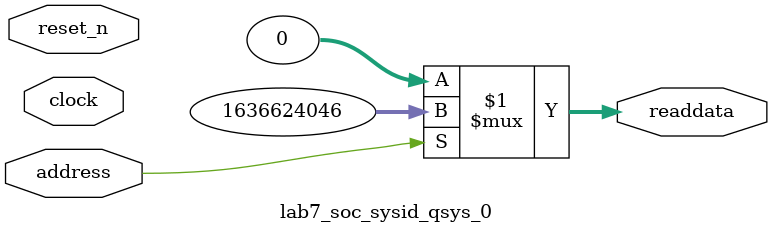
<source format=v>



// synthesis translate_off
`timescale 1ns / 1ps
// synthesis translate_on

// turn off superfluous verilog processor warnings 
// altera message_level Level1 
// altera message_off 10034 10035 10036 10037 10230 10240 10030 

module lab7_soc_sysid_qsys_0 (
               // inputs:
                address,
                clock,
                reset_n,

               // outputs:
                readdata
             )
;

  output  [ 31: 0] readdata;
  input            address;
  input            clock;
  input            reset_n;

  wire    [ 31: 0] readdata;
  //control_slave, which is an e_avalon_slave
  assign readdata = address ? 1636624046 : 0;

endmodule



</source>
